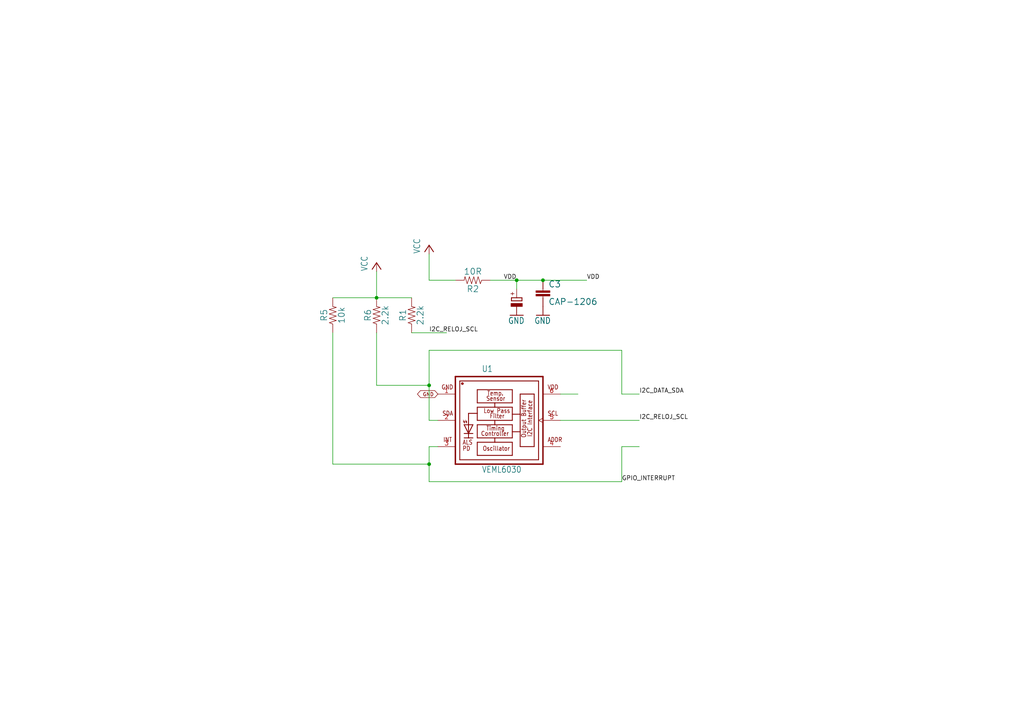
<source format=kicad_sch>
(kicad_sch
	(version 20231120)
	(generator "eeschema")
	(generator_version "8.0")
	(uuid "9b9b9f0b-8207-4541-804a-5b34bcd31626")
	(paper "A4")
	(lib_symbols
		(symbol "VEML6030-eagle-import:CAP-1206"
			(exclude_from_sim no)
			(in_bom yes)
			(on_board yes)
			(property "Reference" "C"
				(at 1.524 2.921 0)
				(effects
					(font
						(size 1.778 1.778)
					)
					(justify left bottom)
				)
			)
			(property "Value" ""
				(at 1.524 -2.159 0)
				(effects
					(font
						(size 1.778 1.778)
					)
					(justify left bottom)
				)
			)
			(property "Footprint" "VEML6030:1206"
				(at 0 0 0)
				(effects
					(font
						(size 1.27 1.27)
					)
					(hide yes)
				)
			)
			(property "Datasheet" ""
				(at 0 0 0)
				(effects
					(font
						(size 1.27 1.27)
					)
					(hide yes)
				)
			)
			(property "Description" ""
				(at 0 0 0)
				(effects
					(font
						(size 1.27 1.27)
					)
					(hide yes)
				)
			)
			(property "ki_locked" ""
				(at 0 0 0)
				(effects
					(font
						(size 1.27 1.27)
					)
				)
			)
			(symbol "CAP-1206_1_0"
				(rectangle
					(start -2.032 0.508)
					(end 2.032 1.016)
					(stroke
						(width 0)
						(type default)
					)
					(fill
						(type outline)
					)
				)
				(rectangle
					(start -2.032 1.524)
					(end 2.032 2.032)
					(stroke
						(width 0)
						(type default)
					)
					(fill
						(type outline)
					)
				)
				(polyline
					(pts
						(xy 0 0) (xy 0 0.508)
					)
					(stroke
						(width 0.1524)
						(type solid)
					)
					(fill
						(type none)
					)
				)
				(polyline
					(pts
						(xy 0 2.54) (xy 0 2.032)
					)
					(stroke
						(width 0.1524)
						(type solid)
					)
					(fill
						(type none)
					)
				)
				(pin passive line
					(at 0 5.08 270)
					(length 2.54)
					(name "1"
						(effects
							(font
								(size 0 0)
							)
						)
					)
					(number "1"
						(effects
							(font
								(size 0 0)
							)
						)
					)
				)
				(pin passive line
					(at 0 -2.54 90)
					(length 2.54)
					(name "2"
						(effects
							(font
								(size 0 0)
							)
						)
					)
					(number "2"
						(effects
							(font
								(size 0 0)
							)
						)
					)
				)
			)
		)
		(symbol "VEML6030-eagle-import:ELKO"
			(exclude_from_sim no)
			(in_bom yes)
			(on_board yes)
			(property "Reference" "#C"
				(at 0 0 0)
				(effects
					(font
						(size 1.27 1.27)
					)
					(hide yes)
				)
			)
			(property "Value" ""
				(at 0 0 0)
				(effects
					(font
						(size 1.27 1.27)
					)
					(hide yes)
				)
			)
			(property "Footprint" ""
				(at 0 0 0)
				(effects
					(font
						(size 1.27 1.27)
					)
					(hide yes)
				)
			)
			(property "Datasheet" ""
				(at 0 0 0)
				(effects
					(font
						(size 1.27 1.27)
					)
					(hide yes)
				)
			)
			(property "Description" "ELektrolyt Capacitor"
				(at 0 0 0)
				(effects
					(font
						(size 1.27 1.27)
					)
					(hide yes)
				)
			)
			(property "ki_locked" ""
				(at 0 0 0)
				(effects
					(font
						(size 1.27 1.27)
					)
				)
			)
			(symbol "ELKO_1_0"
				(rectangle
					(start -1.651 -2.54)
					(end 1.651 -1.651)
					(stroke
						(width 0)
						(type default)
					)
					(fill
						(type outline)
					)
				)
				(polyline
					(pts
						(xy -1.524 -0.889) (xy 1.524 -0.889)
					)
					(stroke
						(width 0.254)
						(type solid)
					)
					(fill
						(type none)
					)
				)
				(polyline
					(pts
						(xy -1.524 0) (xy -1.524 -0.889)
					)
					(stroke
						(width 0.254)
						(type solid)
					)
					(fill
						(type none)
					)
				)
				(polyline
					(pts
						(xy -1.524 0) (xy 0 0)
					)
					(stroke
						(width 0.254)
						(type solid)
					)
					(fill
						(type none)
					)
				)
				(polyline
					(pts
						(xy 0 -2.54) (xy 0 -5.08)
					)
					(stroke
						(width 0.1524)
						(type solid)
					)
					(fill
						(type none)
					)
				)
				(polyline
					(pts
						(xy 0 0) (xy 0 2.54)
					)
					(stroke
						(width 0.1524)
						(type solid)
					)
					(fill
						(type none)
					)
				)
				(polyline
					(pts
						(xy 0 0) (xy 1.524 0)
					)
					(stroke
						(width 0.254)
						(type solid)
					)
					(fill
						(type none)
					)
				)
				(polyline
					(pts
						(xy 1.524 -0.889) (xy 1.524 0)
					)
					(stroke
						(width 0.254)
						(type solid)
					)
					(fill
						(type none)
					)
				)
				(text "+"
					(at -0.5842 0.4064 900)
					(effects
						(font
							(size 1.27 1.0795)
						)
						(justify left bottom)
					)
				)
			)
		)
		(symbol "VEML6030-eagle-import:GND"
			(power)
			(exclude_from_sim no)
			(in_bom yes)
			(on_board yes)
			(property "Reference" "#GND"
				(at 0 0 0)
				(effects
					(font
						(size 1.27 1.27)
					)
					(hide yes)
				)
			)
			(property "Value" ""
				(at -2.54 -2.54 0)
				(effects
					(font
						(size 1.778 1.5113)
					)
					(justify left bottom)
				)
			)
			(property "Footprint" ""
				(at 0 0 0)
				(effects
					(font
						(size 1.27 1.27)
					)
					(hide yes)
				)
			)
			(property "Datasheet" ""
				(at 0 0 0)
				(effects
					(font
						(size 1.27 1.27)
					)
					(hide yes)
				)
			)
			(property "Description" "SUPPLY SYMBOL"
				(at 0 0 0)
				(effects
					(font
						(size 1.27 1.27)
					)
					(hide yes)
				)
			)
			(property "ki_locked" ""
				(at 0 0 0)
				(effects
					(font
						(size 1.27 1.27)
					)
				)
			)
			(symbol "GND_1_0"
				(polyline
					(pts
						(xy -1.905 0) (xy 1.905 0)
					)
					(stroke
						(width 0.254)
						(type solid)
					)
					(fill
						(type none)
					)
				)
				(pin power_in line
					(at 0 2.54 270)
					(length 2.54)
					(name "GND"
						(effects
							(font
								(size 0 0)
							)
						)
					)
					(number "1"
						(effects
							(font
								(size 0 0)
							)
						)
					)
				)
			)
		)
		(symbol "VEML6030-eagle-import:RESISTOR1206"
			(exclude_from_sim no)
			(in_bom yes)
			(on_board yes)
			(property "Reference" "R"
				(at 0 1.524 0)
				(effects
					(font
						(size 1.778 1.778)
					)
					(justify bottom)
				)
			)
			(property "Value" ""
				(at 0 -1.524 0)
				(effects
					(font
						(size 1.778 1.778)
					)
					(justify top)
				)
			)
			(property "Footprint" "VEML6030:1206"
				(at 0 0 0)
				(effects
					(font
						(size 1.27 1.27)
					)
					(hide yes)
				)
			)
			(property "Datasheet" ""
				(at 0 0 0)
				(effects
					(font
						(size 1.27 1.27)
					)
					(hide yes)
				)
			)
			(property "Description" "Generic Resistor Package"
				(at 0 0 0)
				(effects
					(font
						(size 1.27 1.27)
					)
					(hide yes)
				)
			)
			(property "ki_locked" ""
				(at 0 0 0)
				(effects
					(font
						(size 1.27 1.27)
					)
				)
			)
			(symbol "RESISTOR1206_1_0"
				(polyline
					(pts
						(xy -2.54 0) (xy -2.159 1.016)
					)
					(stroke
						(width 0.1524)
						(type solid)
					)
					(fill
						(type none)
					)
				)
				(polyline
					(pts
						(xy -2.159 1.016) (xy -1.524 -1.016)
					)
					(stroke
						(width 0.1524)
						(type solid)
					)
					(fill
						(type none)
					)
				)
				(polyline
					(pts
						(xy -1.524 -1.016) (xy -0.889 1.016)
					)
					(stroke
						(width 0.1524)
						(type solid)
					)
					(fill
						(type none)
					)
				)
				(polyline
					(pts
						(xy -0.889 1.016) (xy -0.254 -1.016)
					)
					(stroke
						(width 0.1524)
						(type solid)
					)
					(fill
						(type none)
					)
				)
				(polyline
					(pts
						(xy -0.254 -1.016) (xy 0.381 1.016)
					)
					(stroke
						(width 0.1524)
						(type solid)
					)
					(fill
						(type none)
					)
				)
				(polyline
					(pts
						(xy 0.381 1.016) (xy 1.016 -1.016)
					)
					(stroke
						(width 0.1524)
						(type solid)
					)
					(fill
						(type none)
					)
				)
				(polyline
					(pts
						(xy 1.016 -1.016) (xy 1.651 1.016)
					)
					(stroke
						(width 0.1524)
						(type solid)
					)
					(fill
						(type none)
					)
				)
				(polyline
					(pts
						(xy 1.651 1.016) (xy 2.286 -1.016)
					)
					(stroke
						(width 0.1524)
						(type solid)
					)
					(fill
						(type none)
					)
				)
				(polyline
					(pts
						(xy 2.286 -1.016) (xy 2.54 0)
					)
					(stroke
						(width 0.1524)
						(type solid)
					)
					(fill
						(type none)
					)
				)
				(pin passive line
					(at -5.08 0 0)
					(length 2.54)
					(name "1"
						(effects
							(font
								(size 0 0)
							)
						)
					)
					(number "1"
						(effects
							(font
								(size 0 0)
							)
						)
					)
				)
				(pin passive line
					(at 5.08 0 180)
					(length 2.54)
					(name "2"
						(effects
							(font
								(size 0 0)
							)
						)
					)
					(number "2"
						(effects
							(font
								(size 0 0)
							)
						)
					)
				)
			)
		)
		(symbol "VEML6030-eagle-import:VCC"
			(power)
			(exclude_from_sim no)
			(in_bom yes)
			(on_board yes)
			(property "Reference" "#P+"
				(at 0 0 0)
				(effects
					(font
						(size 1.27 1.27)
					)
					(hide yes)
				)
			)
			(property "Value" ""
				(at -2.54 -2.54 90)
				(effects
					(font
						(size 1.778 1.5113)
					)
					(justify left bottom)
				)
			)
			(property "Footprint" ""
				(at 0 0 0)
				(effects
					(font
						(size 1.27 1.27)
					)
					(hide yes)
				)
			)
			(property "Datasheet" ""
				(at 0 0 0)
				(effects
					(font
						(size 1.27 1.27)
					)
					(hide yes)
				)
			)
			(property "Description" "SUPPLY SYMBOL"
				(at 0 0 0)
				(effects
					(font
						(size 1.27 1.27)
					)
					(hide yes)
				)
			)
			(property "ki_locked" ""
				(at 0 0 0)
				(effects
					(font
						(size 1.27 1.27)
					)
				)
			)
			(symbol "VCC_1_0"
				(polyline
					(pts
						(xy 0 0) (xy -1.27 -1.905)
					)
					(stroke
						(width 0.254)
						(type solid)
					)
					(fill
						(type none)
					)
				)
				(polyline
					(pts
						(xy 1.27 -1.905) (xy 0 0)
					)
					(stroke
						(width 0.254)
						(type solid)
					)
					(fill
						(type none)
					)
				)
				(pin power_in line
					(at 0 -2.54 90)
					(length 2.54)
					(name "VCC"
						(effects
							(font
								(size 0 0)
							)
						)
					)
					(number "1"
						(effects
							(font
								(size 0 0)
							)
						)
					)
				)
			)
		)
		(symbol "VEML6030-eagle-import:VEML6030"
			(exclude_from_sim no)
			(in_bom yes)
			(on_board yes)
			(property "Reference" "U"
				(at -5.0829 13.9782 0)
				(effects
					(font
						(size 1.779 1.5121)
					)
					(justify left bottom)
				)
			)
			(property "Value" ""
				(at -5.0801 -15.2404 0)
				(effects
					(font
						(size 1.778 1.5113)
					)
					(justify left bottom)
				)
			)
			(property "Footprint" "VEML6030:VISHAY_VEML6030_2X2X0.87"
				(at 0 0 0)
				(effects
					(font
						(size 1.27 1.27)
					)
					(hide yes)
				)
			)
			(property "Datasheet" ""
				(at 0 0 0)
				(effects
					(font
						(size 1.27 1.27)
					)
					(hide yes)
				)
			)
			(property "Description" "VEML6030\n\nHigh Accuracy Ambient Light Sensor with I2C Interface:\nVEML6030 is a high accuracy ambient light digital 16-bit resolution sensor in a miniature transparent 2 mm x 2 mm package. It includes a high sensitive photodiode, a low noise amplifier, a 16-bit A/D converter and supports an easy to use I2C bus communication interface and additional interrupt feature. The ambient light result is as digital value available.\nDevice Model created 15.06.2016 by Johannes Kolb - Vishay Semiconductor GmbH https://pricing.snapeda.com/parts/VEML6030/Vishay/view-part?ref=eda Check availability"
				(at 0 0 0)
				(effects
					(font
						(size 1.27 1.27)
					)
					(hide yes)
				)
			)
			(property "ki_locked" ""
				(at 0 0 0)
				(effects
					(font
						(size 1.27 1.27)
					)
				)
			)
			(symbol "VEML6030_1_0"
				(circle
					(center -10.668 10.668)
					(radius 0.127)
					(stroke
						(width 0.254)
						(type solid)
					)
					(fill
						(type none)
					)
				)
				(circle
					(center -10.668 10.668)
					(radius 0.254)
					(stroke
						(width 0.254)
						(type solid)
					)
					(fill
						(type none)
					)
				)
				(polyline
					(pts
						(xy -12.7 -12.7) (xy -12.7 12.7)
					)
					(stroke
						(width 0.4064)
						(type solid)
					)
					(fill
						(type none)
					)
				)
				(polyline
					(pts
						(xy -12.7 12.7) (xy 12.7 12.7)
					)
					(stroke
						(width 0.4064)
						(type solid)
					)
					(fill
						(type none)
					)
				)
				(polyline
					(pts
						(xy -11.43 -11.43) (xy 11.43 -11.43)
					)
					(stroke
						(width 0.254)
						(type solid)
					)
					(fill
						(type none)
					)
				)
				(polyline
					(pts
						(xy -11.43 11.43) (xy -11.43 -11.43)
					)
					(stroke
						(width 0.254)
						(type solid)
					)
					(fill
						(type none)
					)
				)
				(polyline
					(pts
						(xy -10.414 -0.381) (xy -10.033 -0.762)
					)
					(stroke
						(width 0.127)
						(type solid)
					)
					(fill
						(type none)
					)
				)
				(polyline
					(pts
						(xy -10.16 -5.08) (xy -8.89 -5.08)
					)
					(stroke
						(width 0.254)
						(type solid)
					)
					(fill
						(type none)
					)
				)
				(polyline
					(pts
						(xy -10.16 -1.27) (xy -8.89 -1.27)
					)
					(stroke
						(width 0.254)
						(type solid)
					)
					(fill
						(type none)
					)
				)
				(polyline
					(pts
						(xy -10.033 -0.762) (xy -10.3886 0.1016)
					)
					(stroke
						(width 0.127)
						(type solid)
					)
					(fill
						(type none)
					)
				)
				(polyline
					(pts
						(xy -10.033 -0.762) (xy -10.033 -0.2032)
					)
					(stroke
						(width 0.127)
						(type solid)
					)
					(fill
						(type none)
					)
				)
				(polyline
					(pts
						(xy -10.033 -0.2032) (xy -10.414 -0.381)
					)
					(stroke
						(width 0.127)
						(type solid)
					)
					(fill
						(type none)
					)
				)
				(polyline
					(pts
						(xy -9.779 -0.381) (xy -9.398 -0.762)
					)
					(stroke
						(width 0.127)
						(type solid)
					)
					(fill
						(type none)
					)
				)
				(polyline
					(pts
						(xy -9.398 -0.762) (xy -9.7536 0.1016)
					)
					(stroke
						(width 0.127)
						(type solid)
					)
					(fill
						(type none)
					)
				)
				(polyline
					(pts
						(xy -9.398 -0.762) (xy -9.398 -0.2032)
					)
					(stroke
						(width 0.127)
						(type solid)
					)
					(fill
						(type none)
					)
				)
				(polyline
					(pts
						(xy -9.398 -0.2032) (xy -9.779 -0.381)
					)
					(stroke
						(width 0.127)
						(type solid)
					)
					(fill
						(type none)
					)
				)
				(polyline
					(pts
						(xy -8.89 -5.08) (xy -8.89 -3.81)
					)
					(stroke
						(width 0.254)
						(type solid)
					)
					(fill
						(type none)
					)
				)
				(polyline
					(pts
						(xy -8.89 -3.81) (xy -10.16 -1.27)
					)
					(stroke
						(width 0.254)
						(type solid)
					)
					(fill
						(type none)
					)
				)
				(polyline
					(pts
						(xy -8.89 -1.27) (xy -8.89 -3.556)
					)
					(stroke
						(width 0.254)
						(type solid)
					)
					(fill
						(type none)
					)
				)
				(polyline
					(pts
						(xy -8.89 -1.27) (xy -7.62 -1.27)
					)
					(stroke
						(width 0.254)
						(type solid)
					)
					(fill
						(type none)
					)
				)
				(polyline
					(pts
						(xy -8.89 2.032) (xy -8.89 -1.27)
					)
					(stroke
						(width 0.254)
						(type solid)
					)
					(fill
						(type none)
					)
				)
				(polyline
					(pts
						(xy -7.62 -5.08) (xy -8.89 -5.08)
					)
					(stroke
						(width 0.254)
						(type solid)
					)
					(fill
						(type none)
					)
				)
				(polyline
					(pts
						(xy -7.62 -3.81) (xy -10.16 -3.81)
					)
					(stroke
						(width 0.254)
						(type solid)
					)
					(fill
						(type none)
					)
				)
				(polyline
					(pts
						(xy -7.62 -1.27) (xy -8.89 -3.81)
					)
					(stroke
						(width 0.254)
						(type solid)
					)
					(fill
						(type none)
					)
				)
				(polyline
					(pts
						(xy -6.35 -10.16) (xy -6.35 -6.35)
					)
					(stroke
						(width 0.254)
						(type solid)
					)
					(fill
						(type none)
					)
				)
				(polyline
					(pts
						(xy -6.35 -6.35) (xy -1.27 -6.35)
					)
					(stroke
						(width 0.254)
						(type solid)
					)
					(fill
						(type none)
					)
				)
				(polyline
					(pts
						(xy -6.35 -5.08) (xy -6.35 -1.27)
					)
					(stroke
						(width 0.254)
						(type solid)
					)
					(fill
						(type none)
					)
				)
				(polyline
					(pts
						(xy -6.35 -1.27) (xy -1.27 -1.27)
					)
					(stroke
						(width 0.254)
						(type solid)
					)
					(fill
						(type none)
					)
				)
				(polyline
					(pts
						(xy -6.35 0) (xy -6.35 2.032)
					)
					(stroke
						(width 0.254)
						(type solid)
					)
					(fill
						(type none)
					)
				)
				(polyline
					(pts
						(xy -6.35 2.032) (xy -8.89 2.032)
					)
					(stroke
						(width 0.254)
						(type solid)
					)
					(fill
						(type none)
					)
				)
				(polyline
					(pts
						(xy -6.35 2.032) (xy -6.35 3.81)
					)
					(stroke
						(width 0.254)
						(type solid)
					)
					(fill
						(type none)
					)
				)
				(polyline
					(pts
						(xy -6.35 3.81) (xy -1.27 3.81)
					)
					(stroke
						(width 0.254)
						(type solid)
					)
					(fill
						(type none)
					)
				)
				(polyline
					(pts
						(xy -6.35 5.08) (xy -6.35 8.89)
					)
					(stroke
						(width 0.254)
						(type solid)
					)
					(fill
						(type none)
					)
				)
				(polyline
					(pts
						(xy -6.35 8.89) (xy 3.81 8.89)
					)
					(stroke
						(width 0.254)
						(type solid)
					)
					(fill
						(type none)
					)
				)
				(polyline
					(pts
						(xy -1.27 -6.35) (xy -1.27 -5.08)
					)
					(stroke
						(width 0.254)
						(type solid)
					)
					(fill
						(type none)
					)
				)
				(polyline
					(pts
						(xy -1.27 -6.35) (xy 3.81 -6.35)
					)
					(stroke
						(width 0.254)
						(type solid)
					)
					(fill
						(type none)
					)
				)
				(polyline
					(pts
						(xy -1.27 -5.08) (xy -6.35 -5.08)
					)
					(stroke
						(width 0.254)
						(type solid)
					)
					(fill
						(type none)
					)
				)
				(polyline
					(pts
						(xy -1.27 -1.27) (xy -1.27 0)
					)
					(stroke
						(width 0.254)
						(type solid)
					)
					(fill
						(type none)
					)
				)
				(polyline
					(pts
						(xy -1.27 -1.27) (xy 3.81 -1.27)
					)
					(stroke
						(width 0.254)
						(type solid)
					)
					(fill
						(type none)
					)
				)
				(polyline
					(pts
						(xy -1.27 0) (xy -6.35 0)
					)
					(stroke
						(width 0.254)
						(type solid)
					)
					(fill
						(type none)
					)
				)
				(polyline
					(pts
						(xy -1.27 3.81) (xy -1.27 5.08)
					)
					(stroke
						(width 0.254)
						(type solid)
					)
					(fill
						(type none)
					)
				)
				(polyline
					(pts
						(xy -1.27 3.81) (xy 3.81 3.81)
					)
					(stroke
						(width 0.254)
						(type solid)
					)
					(fill
						(type none)
					)
				)
				(polyline
					(pts
						(xy -1.27 5.08) (xy -6.35 5.08)
					)
					(stroke
						(width 0.254)
						(type solid)
					)
					(fill
						(type none)
					)
				)
				(polyline
					(pts
						(xy 3.81 -10.16) (xy -6.35 -10.16)
					)
					(stroke
						(width 0.254)
						(type solid)
					)
					(fill
						(type none)
					)
				)
				(polyline
					(pts
						(xy 3.81 -6.35) (xy 3.81 -10.16)
					)
					(stroke
						(width 0.254)
						(type solid)
					)
					(fill
						(type none)
					)
				)
				(polyline
					(pts
						(xy 3.81 -5.08) (xy -1.27 -5.08)
					)
					(stroke
						(width 0.254)
						(type solid)
					)
					(fill
						(type none)
					)
				)
				(polyline
					(pts
						(xy 3.81 -3.302) (xy 3.81 -5.08)
					)
					(stroke
						(width 0.254)
						(type solid)
					)
					(fill
						(type none)
					)
				)
				(polyline
					(pts
						(xy 3.81 -3.302) (xy 6.096 -3.302)
					)
					(stroke
						(width 0.254)
						(type solid)
					)
					(fill
						(type none)
					)
				)
				(polyline
					(pts
						(xy 3.81 -1.27) (xy 3.81 -3.302)
					)
					(stroke
						(width 0.254)
						(type solid)
					)
					(fill
						(type none)
					)
				)
				(polyline
					(pts
						(xy 3.81 0) (xy -1.27 0)
					)
					(stroke
						(width 0.254)
						(type solid)
					)
					(fill
						(type none)
					)
				)
				(polyline
					(pts
						(xy 3.81 1.778) (xy 3.81 0)
					)
					(stroke
						(width 0.254)
						(type solid)
					)
					(fill
						(type none)
					)
				)
				(polyline
					(pts
						(xy 3.81 1.778) (xy 6.096 1.778)
					)
					(stroke
						(width 0.254)
						(type solid)
					)
					(fill
						(type none)
					)
				)
				(polyline
					(pts
						(xy 3.81 3.81) (xy 3.81 1.778)
					)
					(stroke
						(width 0.254)
						(type solid)
					)
					(fill
						(type none)
					)
				)
				(polyline
					(pts
						(xy 3.81 5.08) (xy -1.27 5.08)
					)
					(stroke
						(width 0.254)
						(type solid)
					)
					(fill
						(type none)
					)
				)
				(polyline
					(pts
						(xy 3.81 8.89) (xy 3.81 5.08)
					)
					(stroke
						(width 0.254)
						(type solid)
					)
					(fill
						(type none)
					)
				)
				(polyline
					(pts
						(xy 6.096 -7.62) (xy 6.096 -3.302)
					)
					(stroke
						(width 0.254)
						(type solid)
					)
					(fill
						(type none)
					)
				)
				(polyline
					(pts
						(xy 6.096 -3.302) (xy 6.096 1.778)
					)
					(stroke
						(width 0.254)
						(type solid)
					)
					(fill
						(type none)
					)
				)
				(polyline
					(pts
						(xy 6.096 1.778) (xy 6.096 7.62)
					)
					(stroke
						(width 0.254)
						(type solid)
					)
					(fill
						(type none)
					)
				)
				(polyline
					(pts
						(xy 6.096 7.62) (xy 10.16 7.62)
					)
					(stroke
						(width 0.254)
						(type solid)
					)
					(fill
						(type none)
					)
				)
				(polyline
					(pts
						(xy 10.16 -7.62) (xy 6.096 -7.62)
					)
					(stroke
						(width 0.254)
						(type solid)
					)
					(fill
						(type none)
					)
				)
				(polyline
					(pts
						(xy 10.16 7.62) (xy 10.16 -7.62)
					)
					(stroke
						(width 0.254)
						(type solid)
					)
					(fill
						(type none)
					)
				)
				(polyline
					(pts
						(xy 11.43 -11.43) (xy 11.43 11.43)
					)
					(stroke
						(width 0.254)
						(type solid)
					)
					(fill
						(type none)
					)
				)
				(polyline
					(pts
						(xy 11.43 11.43) (xy -11.43 11.43)
					)
					(stroke
						(width 0.254)
						(type solid)
					)
					(fill
						(type none)
					)
				)
				(polyline
					(pts
						(xy 12.7 -12.7) (xy -12.7 -12.7)
					)
					(stroke
						(width 0.4064)
						(type solid)
					)
					(fill
						(type none)
					)
				)
				(polyline
					(pts
						(xy 12.7 -12.7) (xy 12.7 12.7)
					)
					(stroke
						(width 0.4064)
						(type solid)
					)
					(fill
						(type none)
					)
				)
				(text "ADDR"
					(at 13.9913 -6.3596 0)
					(effects
						(font
							(size 1.2719 1.0811)
						)
						(justify left bottom)
					)
				)
				(text "ALS"
					(at -10.677 -7.118 0)
					(effects
						(font
							(size 1.271 1.0803)
						)
						(justify left bottom)
					)
				)
				(text "Controller"
					(at -5.3363 -4.5739 0)
					(effects
						(font
							(size 1.2705 1.0799)
						)
						(justify left bottom)
					)
				)
				(text "Filter"
					(at -2.799 0.5089 0)
					(effects
						(font
							(size 1.2722 1.0813)
						)
						(justify left bottom)
					)
				)
				(text "GND"
					(at -16.7854 8.9013 0)
					(effects
						(font
							(size 1.2716 1.0808)
						)
						(justify left bottom)
					)
				)
				(text "I2C Interface"
					(at 9.6536 -4.8268 900)
					(effects
						(font
							(size 1.2702 1.0796)
						)
						(justify left bottom)
					)
				)
				(text "INT"
					(at -16.2702 -6.3555 0)
					(effects
						(font
							(size 1.2711 1.0804)
						)
						(justify left bottom)
					)
				)
				(text "Low Pass"
					(at -4.5788 2.035 0)
					(effects
						(font
							(size 1.2719 1.0811)
						)
						(justify left bottom)
					)
				)
				(text "Oscillator"
					(at -4.8296 -8.8967 0)
					(effects
						(font
							(size 1.2709 1.0802)
						)
						(justify left bottom)
					)
				)
				(text "Output Buffer"
					(at 7.8805 -5.0841 900)
					(effects
						(font
							(size 1.271 1.0803)
						)
						(justify left bottom)
					)
				)
				(text "PD"
					(at -10.6768 -8.8973 0)
					(effects
						(font
							(size 1.271 1.0803)
						)
						(justify left bottom)
					)
				)
				(text "SCL"
					(at 13.9966 1.2724 0)
					(effects
						(font
							(size 1.2724 1.0815)
						)
						(justify left bottom)
					)
				)
				(text "SDA"
					(at -16.5377 1.2721 0)
					(effects
						(font
							(size 1.2721 1.0812)
						)
						(justify left bottom)
					)
				)
				(text "Sensor"
					(at -3.8117 5.5905 0)
					(effects
						(font
							(size 1.2705 1.0799)
						)
						(justify left bottom)
					)
				)
				(text "Temp."
					(at -3.5613 7.1227 0)
					(effects
						(font
							(size 1.2719 1.0811)
						)
						(justify left bottom)
					)
				)
				(text "Timing"
					(at -3.8111 -3.0489 0)
					(effects
						(font
							(size 1.2704 1.0798)
						)
						(justify left bottom)
					)
				)
				(text "VDD"
					(at 13.9709 8.8905 0)
					(effects
						(font
							(size 1.27 1.0795)
						)
						(justify left bottom)
					)
				)
				(pin power_in line
					(at -17.78 7.62 0)
					(length 5.08)
					(name "GND"
						(effects
							(font
								(size 0 0)
							)
						)
					)
					(number "1"
						(effects
							(font
								(size 1.27 1.27)
							)
						)
					)
				)
				(pin bidirectional line
					(at -17.78 0 0)
					(length 5.08)
					(name "SDA"
						(effects
							(font
								(size 0 0)
							)
						)
					)
					(number "2"
						(effects
							(font
								(size 1.27 1.27)
							)
						)
					)
				)
				(pin output line
					(at -17.78 -7.62 0)
					(length 5.08)
					(name "INT"
						(effects
							(font
								(size 0 0)
							)
						)
					)
					(number "3"
						(effects
							(font
								(size 1.27 1.27)
							)
						)
					)
				)
				(pin bidirectional line
					(at 17.78 -7.62 180)
					(length 5.08)
					(name "ADDR"
						(effects
							(font
								(size 0 0)
							)
						)
					)
					(number "4"
						(effects
							(font
								(size 1.27 1.27)
							)
						)
					)
				)
				(pin input clock
					(at 17.78 0 180)
					(length 5.08)
					(name "SCL"
						(effects
							(font
								(size 0 0)
							)
						)
					)
					(number "5"
						(effects
							(font
								(size 1.27 1.27)
							)
						)
					)
				)
				(pin power_in line
					(at 17.78 7.62 180)
					(length 5.08)
					(name "VDD"
						(effects
							(font
								(size 0 0)
							)
						)
					)
					(number "6"
						(effects
							(font
								(size 1.27 1.27)
							)
						)
					)
				)
			)
		)
	)
	(junction
		(at 124.46 134.62)
		(diameter 0)
		(color 0 0 0 0)
		(uuid "46fc0638-e86e-4a68-8607-3d589deca34a")
	)
	(junction
		(at 124.46 111.76)
		(diameter 0)
		(color 0 0 0 0)
		(uuid "4debdda8-726b-4b60-bd13-b81cb8d5766a")
	)
	(junction
		(at 109.22 86.36)
		(diameter 0)
		(color 0 0 0 0)
		(uuid "86d44297-7122-48ac-96fe-188ed44d3894")
	)
	(junction
		(at 157.48 81.28)
		(diameter 0)
		(color 0 0 0 0)
		(uuid "9a3b144d-7dac-4217-a8c2-721b0f4abe4a")
	)
	(junction
		(at 149.86 81.28)
		(diameter 0)
		(color 0 0 0 0)
		(uuid "e6acc466-7e84-41b6-995c-329875021d86")
	)
	(wire
		(pts
			(xy 109.22 111.76) (xy 124.46 111.76)
		)
		(stroke
			(width 0.1524)
			(type solid)
		)
		(uuid "03104fe7-489d-44dd-8fc0-40bdccd4e046")
	)
	(wire
		(pts
			(xy 119.38 86.36) (xy 109.22 86.36)
		)
		(stroke
			(width 0.1524)
			(type solid)
		)
		(uuid "07a9fc09-ef1c-431a-8e52-5dd8195b286c")
	)
	(wire
		(pts
			(xy 119.38 96.52) (xy 129.54 96.52)
		)
		(stroke
			(width 0.1524)
			(type solid)
		)
		(uuid "0de9b69d-7425-44e8-bdfe-9c3deba5b7cd")
	)
	(wire
		(pts
			(xy 127 129.54) (xy 124.46 129.54)
		)
		(stroke
			(width 0.1524)
			(type solid)
		)
		(uuid "130b3248-5ec8-4d50-8e30-f9df632616e5")
	)
	(wire
		(pts
			(xy 96.52 86.36) (xy 109.22 86.36)
		)
		(stroke
			(width 0.1524)
			(type solid)
		)
		(uuid "232044bd-93ed-4334-aa37-00ce621ba118")
	)
	(wire
		(pts
			(xy 96.52 96.52) (xy 96.52 134.62)
		)
		(stroke
			(width 0.1524)
			(type solid)
		)
		(uuid "2c415126-023c-4732-b803-15c613c700b8")
	)
	(wire
		(pts
			(xy 124.46 134.62) (xy 124.46 139.7)
		)
		(stroke
			(width 0.1524)
			(type solid)
		)
		(uuid "2cb08fd1-506e-4951-92d5-deb518ba3b3a")
	)
	(wire
		(pts
			(xy 149.86 81.28) (xy 157.48 81.28)
		)
		(stroke
			(width 0.1524)
			(type solid)
		)
		(uuid "2dbbe406-9d78-4d7a-aabf-b494ff8b2a0a")
	)
	(wire
		(pts
			(xy 180.34 101.6) (xy 180.34 114.3)
		)
		(stroke
			(width 0.1524)
			(type solid)
		)
		(uuid "32887d00-9c4d-47c5-8556-9a76a367975c")
	)
	(wire
		(pts
			(xy 180.34 139.7) (xy 180.34 129.54)
		)
		(stroke
			(width 0.1524)
			(type solid)
		)
		(uuid "3406f30e-1ad9-404c-9002-4ee0d3e60a18")
	)
	(wire
		(pts
			(xy 124.46 111.76) (xy 124.46 101.6)
		)
		(stroke
			(width 0.1524)
			(type solid)
		)
		(uuid "3605cc20-3f9b-47e2-88b2-bb3e1e9fb811")
	)
	(wire
		(pts
			(xy 124.46 81.28) (xy 124.46 73.66)
		)
		(stroke
			(width 0.1524)
			(type solid)
		)
		(uuid "3de77e70-96ce-427e-917c-d64613426055")
	)
	(wire
		(pts
			(xy 124.46 121.92) (xy 124.46 111.76)
		)
		(stroke
			(width 0.1524)
			(type solid)
		)
		(uuid "3e6b2468-81cb-4671-9565-56544ac7c6d9")
	)
	(wire
		(pts
			(xy 127 121.92) (xy 124.46 121.92)
		)
		(stroke
			(width 0.1524)
			(type solid)
		)
		(uuid "4328fd5b-a5a3-4093-b25b-ad58b0516779")
	)
	(wire
		(pts
			(xy 124.46 101.6) (xy 180.34 101.6)
		)
		(stroke
			(width 0.1524)
			(type solid)
		)
		(uuid "45e665fa-9676-4649-9395-5e9058631cdc")
	)
	(wire
		(pts
			(xy 162.56 114.3) (xy 167.64 114.3)
		)
		(stroke
			(width 0.1524)
			(type solid)
		)
		(uuid "49c75e72-22a5-4b4f-8241-347fdb07e5fd")
	)
	(wire
		(pts
			(xy 109.22 96.52) (xy 109.22 111.76)
		)
		(stroke
			(width 0.1524)
			(type solid)
		)
		(uuid "4b6a8705-f8c7-4b25-be88-ba3441adc515")
	)
	(wire
		(pts
			(xy 132.08 81.28) (xy 124.46 81.28)
		)
		(stroke
			(width 0.1524)
			(type solid)
		)
		(uuid "64bc02f2-1899-4a10-8fa9-190fb46c0296")
	)
	(wire
		(pts
			(xy 124.46 139.7) (xy 180.34 139.7)
		)
		(stroke
			(width 0.1524)
			(type solid)
		)
		(uuid "6580bd9d-461b-479e-9a72-69bf95128283")
	)
	(wire
		(pts
			(xy 96.52 134.62) (xy 124.46 134.62)
		)
		(stroke
			(width 0.1524)
			(type solid)
		)
		(uuid "9739c094-facd-4fed-acbb-be2dfdef82e1")
	)
	(wire
		(pts
			(xy 157.48 81.28) (xy 170.18 81.28)
		)
		(stroke
			(width 0.1524)
			(type solid)
		)
		(uuid "99026833-5579-4736-baf6-f9cd4a6f1e2f")
	)
	(wire
		(pts
			(xy 124.46 129.54) (xy 124.46 134.62)
		)
		(stroke
			(width 0.1524)
			(type solid)
		)
		(uuid "a4aebbe4-7682-4e95-a03d-16d79eb513eb")
	)
	(wire
		(pts
			(xy 180.34 129.54) (xy 185.42 129.54)
		)
		(stroke
			(width 0.1524)
			(type solid)
		)
		(uuid "ac40826e-fd95-4879-bb6a-f00f74354b98")
	)
	(wire
		(pts
			(xy 162.56 121.92) (xy 185.42 121.92)
		)
		(stroke
			(width 0.1524)
			(type solid)
		)
		(uuid "befa274f-51c9-42b3-a286-7d6411265e60")
	)
	(wire
		(pts
			(xy 180.34 114.3) (xy 185.42 114.3)
		)
		(stroke
			(width 0.1524)
			(type solid)
		)
		(uuid "ebdb0c26-6669-41e1-a9bb-d63b4b459b78")
	)
	(wire
		(pts
			(xy 149.86 81.28) (xy 142.24 81.28)
		)
		(stroke
			(width 0.1524)
			(type solid)
		)
		(uuid "f11788f1-ead3-4b86-ad03-990c165536e1")
	)
	(wire
		(pts
			(xy 149.86 83.82) (xy 149.86 81.28)
		)
		(stroke
			(width 0.1524)
			(type solid)
		)
		(uuid "f146731b-8350-4829-82e1-9bdeb344975a")
	)
	(wire
		(pts
			(xy 109.22 86.36) (xy 109.22 78.74)
		)
		(stroke
			(width 0.1524)
			(type solid)
		)
		(uuid "f32a9e07-8e14-4c13-9c41-5a778d03969c")
	)
	(label "I2C_DATA_SDA"
		(at 185.42 114.3 0)
		(effects
			(font
				(size 1.2446 1.2446)
			)
			(justify left bottom)
		)
		(uuid "967a463b-91ae-4a10-960b-f6ab20d50b29")
	)
	(label "GPIO_INTERRUPT"
		(at 180.34 139.7 0)
		(effects
			(font
				(size 1.2446 1.2446)
			)
			(justify left bottom)
		)
		(uuid "aa0df540-7971-4af0-819c-85a312cc7b9c")
	)
	(label "I2C_RELOJ_SCL"
		(at 185.42 121.92 0)
		(effects
			(font
				(size 1.2446 1.2446)
			)
			(justify left bottom)
		)
		(uuid "c2495357-fdf8-4a38-9af8-4bb92fb8927e")
	)
	(label "VDD"
		(at 170.18 81.28 0)
		(effects
			(font
				(size 1.2446 1.2446)
			)
			(justify left bottom)
		)
		(uuid "cb4a4a56-033c-4648-afb9-a6af6622bb6f")
	)
	(label "VDD"
		(at 146.05 81.28 0)
		(effects
			(font
				(size 1.2446 1.2446)
			)
			(justify left bottom)
		)
		(uuid "cd886843-b97f-441b-adb7-1f706bb99fb5")
	)
	(label "I2C_RELOJ_SCL"
		(at 124.46 96.52 0)
		(effects
			(font
				(size 1.2446 1.2446)
			)
			(justify left bottom)
		)
		(uuid "e9ee64fc-78b8-4d59-baf5-824e5008030d")
	)
	(global_label "GND"
		(shape bidirectional)
		(at 127 114.3 180)
		(fields_autoplaced yes)
		(effects
			(font
				(size 1.016 1.016)
			)
			(justify right)
		)
		(uuid "272c986c-2d0b-4d4f-a214-19800d79bcf4")
		(property "Intersheetrefs" "${INTERSHEET_REFS}"
			(at 120.6267 114.3 0)
			(effects
				(font
					(size 1.27 1.27)
				)
				(justify right)
				(hide yes)
			)
		)
	)
	(symbol
		(lib_id "VEML6030-eagle-import:RESISTOR1206")
		(at 119.38 91.44 90)
		(unit 1)
		(exclude_from_sim no)
		(in_bom yes)
		(on_board yes)
		(dnp no)
		(uuid "46bdf39b-21ae-490c-ac82-b54651fabb99")
		(property "Reference" "R1"
			(at 117.856 91.44 0)
			(effects
				(font
					(size 1.778 1.778)
				)
				(justify bottom)
			)
		)
		(property "Value" "2.2k"
			(at 120.904 91.44 0)
			(effects
				(font
					(size 1.778 1.778)
				)
				(justify top)
			)
		)
		(property "Footprint" "VEML6030:1206"
			(at 119.38 91.44 0)
			(effects
				(font
					(size 1.27 1.27)
				)
				(hide yes)
			)
		)
		(property "Datasheet" ""
			(at 119.38 91.44 0)
			(effects
				(font
					(size 1.27 1.27)
				)
				(hide yes)
			)
		)
		(property "Description" ""
			(at 119.38 91.44 0)
			(effects
				(font
					(size 1.27 1.27)
				)
				(hide yes)
			)
		)
		(pin "2"
			(uuid "678797e2-aaa6-4593-be98-a9c215755366")
		)
		(pin "1"
			(uuid "4e301667-9a84-4a2a-af86-26f3c9b1e878")
		)
		(instances
			(project ""
				(path "/9b9b9f0b-8207-4541-804a-5b34bcd31626"
					(reference "R1")
					(unit 1)
				)
			)
		)
	)
	(symbol
		(lib_id "VEML6030-eagle-import:ELKO")
		(at 149.86 86.36 0)
		(unit 1)
		(exclude_from_sim no)
		(in_bom yes)
		(on_board yes)
		(dnp no)
		(uuid "744d0296-909d-4ac9-b165-70e71aec589d")
		(property "Reference" "#C1"
			(at 149.86 86.36 0)
			(effects
				(font
					(size 1.27 1.27)
				)
				(hide yes)
			)
		)
		(property "Value" "ELKO"
			(at 149.86 86.36 0)
			(effects
				(font
					(size 1.27 1.27)
				)
				(hide yes)
			)
		)
		(property "Footprint" ""
			(at 149.86 86.36 0)
			(effects
				(font
					(size 1.27 1.27)
				)
				(hide yes)
			)
		)
		(property "Datasheet" ""
			(at 149.86 86.36 0)
			(effects
				(font
					(size 1.27 1.27)
				)
				(hide yes)
			)
		)
		(property "Description" ""
			(at 149.86 86.36 0)
			(effects
				(font
					(size 1.27 1.27)
				)
				(hide yes)
			)
		)
		(instances
			(project ""
				(path "/9b9b9f0b-8207-4541-804a-5b34bcd31626"
					(reference "#C1")
					(unit 1)
				)
			)
		)
	)
	(symbol
		(lib_id "VEML6030-eagle-import:VEML6030")
		(at 144.78 121.92 0)
		(unit 1)
		(exclude_from_sim no)
		(in_bom yes)
		(on_board yes)
		(dnp no)
		(uuid "754aa4ae-6675-4cc4-b360-c55a524cf1f4")
		(property "Reference" "U1"
			(at 139.697 107.9418 0)
			(effects
				(font
					(size 1.779 1.5121)
				)
				(justify left bottom)
			)
		)
		(property "Value" "VEML6030"
			(at 139.6998 137.1604 0)
			(effects
				(font
					(size 1.778 1.5113)
				)
				(justify left bottom)
			)
		)
		(property "Footprint" "VEML6030:VISHAY_VEML6030_2X2X0.87"
			(at 144.78 121.92 0)
			(effects
				(font
					(size 1.27 1.27)
				)
				(hide yes)
			)
		)
		(property "Datasheet" ""
			(at 144.78 121.92 0)
			(effects
				(font
					(size 1.27 1.27)
				)
				(hide yes)
			)
		)
		(property "Description" ""
			(at 144.78 121.92 0)
			(effects
				(font
					(size 1.27 1.27)
				)
				(hide yes)
			)
		)
		(pin "5"
			(uuid "e16e29a0-a5cc-48a6-a369-d4d66d87a3f2")
		)
		(pin "6"
			(uuid "21647738-237f-4c31-a03c-ae81dc0bc318")
		)
		(pin "4"
			(uuid "6f63c03c-441c-48f4-b548-43bc01c25465")
		)
		(pin "3"
			(uuid "9b30df74-9e69-4d60-b537-b5d3caf25102")
		)
		(pin "2"
			(uuid "8e5da301-0d10-4bf1-aeec-2d9f3bf81599")
		)
		(pin "1"
			(uuid "c86f452d-e1f9-4aff-92ce-ee6cb0c880a9")
		)
		(instances
			(project ""
				(path "/9b9b9f0b-8207-4541-804a-5b34bcd31626"
					(reference "U1")
					(unit 1)
				)
			)
		)
	)
	(symbol
		(lib_id "VEML6030-eagle-import:GND")
		(at 149.86 91.44 0)
		(unit 1)
		(exclude_from_sim no)
		(in_bom yes)
		(on_board yes)
		(dnp no)
		(uuid "7cee6d87-1c17-4f77-9264-68e383094695")
		(property "Reference" "#GND1"
			(at 149.86 91.44 0)
			(effects
				(font
					(size 1.27 1.27)
				)
				(hide yes)
			)
		)
		(property "Value" "GND"
			(at 147.32 93.98 0)
			(effects
				(font
					(size 1.778 1.5113)
				)
				(justify left bottom)
			)
		)
		(property "Footprint" ""
			(at 149.86 91.44 0)
			(effects
				(font
					(size 1.27 1.27)
				)
				(hide yes)
			)
		)
		(property "Datasheet" ""
			(at 149.86 91.44 0)
			(effects
				(font
					(size 1.27 1.27)
				)
				(hide yes)
			)
		)
		(property "Description" ""
			(at 149.86 91.44 0)
			(effects
				(font
					(size 1.27 1.27)
				)
				(hide yes)
			)
		)
		(pin "1"
			(uuid "a715d80e-7950-4cd4-b674-bd856decbf2e")
		)
		(instances
			(project ""
				(path "/9b9b9f0b-8207-4541-804a-5b34bcd31626"
					(reference "#GND1")
					(unit 1)
				)
			)
		)
	)
	(symbol
		(lib_id "VEML6030-eagle-import:CAP-1206")
		(at 157.48 86.36 0)
		(unit 1)
		(exclude_from_sim no)
		(in_bom yes)
		(on_board yes)
		(dnp no)
		(uuid "abf8cc76-060a-41a9-ab40-1628e475b869")
		(property "Reference" "C3"
			(at 159.004 83.439 0)
			(effects
				(font
					(size 1.778 1.778)
				)
				(justify left bottom)
			)
		)
		(property "Value" "CAP-1206"
			(at 159.004 88.519 0)
			(effects
				(font
					(size 1.778 1.778)
				)
				(justify left bottom)
			)
		)
		(property "Footprint" "VEML6030:1206"
			(at 157.48 86.36 0)
			(effects
				(font
					(size 1.27 1.27)
				)
				(hide yes)
			)
		)
		(property "Datasheet" ""
			(at 157.48 86.36 0)
			(effects
				(font
					(size 1.27 1.27)
				)
				(hide yes)
			)
		)
		(property "Description" ""
			(at 157.48 86.36 0)
			(effects
				(font
					(size 1.27 1.27)
				)
				(hide yes)
			)
		)
		(pin "2"
			(uuid "59a19d91-9b71-4190-87f4-2fe330230fa4")
		)
		(pin "1"
			(uuid "b9a5634d-02b2-4e4e-8523-d630fa1ceb60")
		)
		(instances
			(project ""
				(path "/9b9b9f0b-8207-4541-804a-5b34bcd31626"
					(reference "C3")
					(unit 1)
				)
			)
		)
	)
	(symbol
		(lib_id "VEML6030-eagle-import:GND")
		(at 157.48 91.44 0)
		(unit 1)
		(exclude_from_sim no)
		(in_bom yes)
		(on_board yes)
		(dnp no)
		(uuid "adee226e-ca58-4b01-876b-1614e9a77e40")
		(property "Reference" "#GND2"
			(at 157.48 91.44 0)
			(effects
				(font
					(size 1.27 1.27)
				)
				(hide yes)
			)
		)
		(property "Value" "GND"
			(at 154.94 93.98 0)
			(effects
				(font
					(size 1.778 1.5113)
				)
				(justify left bottom)
			)
		)
		(property "Footprint" ""
			(at 157.48 91.44 0)
			(effects
				(font
					(size 1.27 1.27)
				)
				(hide yes)
			)
		)
		(property "Datasheet" ""
			(at 157.48 91.44 0)
			(effects
				(font
					(size 1.27 1.27)
				)
				(hide yes)
			)
		)
		(property "Description" ""
			(at 157.48 91.44 0)
			(effects
				(font
					(size 1.27 1.27)
				)
				(hide yes)
			)
		)
		(pin "1"
			(uuid "8ca9fb16-fb0b-4344-8562-bf89c389f40b")
		)
		(instances
			(project ""
				(path "/9b9b9f0b-8207-4541-804a-5b34bcd31626"
					(reference "#GND2")
					(unit 1)
				)
			)
		)
	)
	(symbol
		(lib_id "VEML6030-eagle-import:RESISTOR1206")
		(at 109.22 91.44 90)
		(unit 1)
		(exclude_from_sim no)
		(in_bom yes)
		(on_board yes)
		(dnp no)
		(uuid "b28b0c7d-d629-44c5-bdb5-72a2343744c9")
		(property "Reference" "R6"
			(at 107.696 91.44 0)
			(effects
				(font
					(size 1.778 1.778)
				)
				(justify bottom)
			)
		)
		(property "Value" "2.2k"
			(at 110.744 91.44 0)
			(effects
				(font
					(size 1.778 1.778)
				)
				(justify top)
			)
		)
		(property "Footprint" "VEML6030:1206"
			(at 109.22 91.44 0)
			(effects
				(font
					(size 1.27 1.27)
				)
				(hide yes)
			)
		)
		(property "Datasheet" ""
			(at 109.22 91.44 0)
			(effects
				(font
					(size 1.27 1.27)
				)
				(hide yes)
			)
		)
		(property "Description" ""
			(at 109.22 91.44 0)
			(effects
				(font
					(size 1.27 1.27)
				)
				(hide yes)
			)
		)
		(pin "1"
			(uuid "d888bd12-177c-4577-98b1-216f784389b5")
		)
		(pin "2"
			(uuid "ea5cfe23-0889-4ef5-83cb-72db2c793fe3")
		)
		(instances
			(project ""
				(path "/9b9b9f0b-8207-4541-804a-5b34bcd31626"
					(reference "R6")
					(unit 1)
				)
			)
		)
	)
	(symbol
		(lib_id "VEML6030-eagle-import:RESISTOR1206")
		(at 137.16 81.28 180)
		(unit 1)
		(exclude_from_sim no)
		(in_bom yes)
		(on_board yes)
		(dnp no)
		(uuid "b5cee0ee-d5cd-49f3-bac8-8aacb556598c")
		(property "Reference" "R2"
			(at 137.16 82.804 0)
			(effects
				(font
					(size 1.778 1.778)
				)
				(justify bottom)
			)
		)
		(property "Value" "10R"
			(at 137.16 79.756 0)
			(effects
				(font
					(size 1.778 1.778)
				)
				(justify top)
			)
		)
		(property "Footprint" "VEML6030:1206"
			(at 137.16 81.28 0)
			(effects
				(font
					(size 1.27 1.27)
				)
				(hide yes)
			)
		)
		(property "Datasheet" ""
			(at 137.16 81.28 0)
			(effects
				(font
					(size 1.27 1.27)
				)
				(hide yes)
			)
		)
		(property "Description" ""
			(at 137.16 81.28 0)
			(effects
				(font
					(size 1.27 1.27)
				)
				(hide yes)
			)
		)
		(pin "2"
			(uuid "6be490ad-c0b1-4466-8e63-b5f34349e14e")
		)
		(pin "1"
			(uuid "b71ef111-b0c8-4a69-96a1-b89dab24f1eb")
		)
		(instances
			(project ""
				(path "/9b9b9f0b-8207-4541-804a-5b34bcd31626"
					(reference "R2")
					(unit 1)
				)
			)
		)
	)
	(symbol
		(lib_id "VEML6030-eagle-import:RESISTOR1206")
		(at 96.52 91.44 90)
		(unit 1)
		(exclude_from_sim no)
		(in_bom yes)
		(on_board yes)
		(dnp no)
		(uuid "c65ad861-2ba9-4301-91c3-a44f1846675f")
		(property "Reference" "R5"
			(at 94.996 91.44 0)
			(effects
				(font
					(size 1.778 1.778)
				)
				(justify bottom)
			)
		)
		(property "Value" "10k"
			(at 98.044 91.44 0)
			(effects
				(font
					(size 1.778 1.778)
				)
				(justify top)
			)
		)
		(property "Footprint" "VEML6030:1206"
			(at 96.52 91.44 0)
			(effects
				(font
					(size 1.27 1.27)
				)
				(hide yes)
			)
		)
		(property "Datasheet" ""
			(at 96.52 91.44 0)
			(effects
				(font
					(size 1.27 1.27)
				)
				(hide yes)
			)
		)
		(property "Description" ""
			(at 96.52 91.44 0)
			(effects
				(font
					(size 1.27 1.27)
				)
				(hide yes)
			)
		)
		(pin "1"
			(uuid "2296ac39-46d4-4cef-b7e0-80eaec6e4d67")
		)
		(pin "2"
			(uuid "2b4b0fc7-a570-45ea-af88-919c1537d013")
		)
		(instances
			(project ""
				(path "/9b9b9f0b-8207-4541-804a-5b34bcd31626"
					(reference "R5")
					(unit 1)
				)
			)
		)
	)
	(symbol
		(lib_id "VEML6030-eagle-import:VCC")
		(at 109.22 76.2 0)
		(unit 1)
		(exclude_from_sim no)
		(in_bom yes)
		(on_board yes)
		(dnp no)
		(uuid "d5cbcdbc-654b-45c8-99c1-f4223f0430cc")
		(property "Reference" "#P+1"
			(at 109.22 76.2 0)
			(effects
				(font
					(size 1.27 1.27)
				)
				(hide yes)
			)
		)
		(property "Value" "VCC"
			(at 106.68 78.74 90)
			(effects
				(font
					(size 1.778 1.5113)
				)
				(justify left bottom)
			)
		)
		(property "Footprint" ""
			(at 109.22 76.2 0)
			(effects
				(font
					(size 1.27 1.27)
				)
				(hide yes)
			)
		)
		(property "Datasheet" ""
			(at 109.22 76.2 0)
			(effects
				(font
					(size 1.27 1.27)
				)
				(hide yes)
			)
		)
		(property "Description" ""
			(at 109.22 76.2 0)
			(effects
				(font
					(size 1.27 1.27)
				)
				(hide yes)
			)
		)
		(pin "1"
			(uuid "0a319a70-1ad9-45ac-a4cd-3110cf8b070e")
		)
		(instances
			(project ""
				(path "/9b9b9f0b-8207-4541-804a-5b34bcd31626"
					(reference "#P+1")
					(unit 1)
				)
			)
		)
	)
	(symbol
		(lib_id "VEML6030-eagle-import:VCC")
		(at 124.46 71.12 0)
		(unit 1)
		(exclude_from_sim no)
		(in_bom yes)
		(on_board yes)
		(dnp no)
		(uuid "efd950e3-4234-45c7-8041-0905e31ce0bb")
		(property "Reference" "#P+2"
			(at 124.46 71.12 0)
			(effects
				(font
					(size 1.27 1.27)
				)
				(hide yes)
			)
		)
		(property "Value" "VCC"
			(at 121.92 73.66 90)
			(effects
				(font
					(size 1.778 1.5113)
				)
				(justify left bottom)
			)
		)
		(property "Footprint" ""
			(at 124.46 71.12 0)
			(effects
				(font
					(size 1.27 1.27)
				)
				(hide yes)
			)
		)
		(property "Datasheet" ""
			(at 124.46 71.12 0)
			(effects
				(font
					(size 1.27 1.27)
				)
				(hide yes)
			)
		)
		(property "Description" ""
			(at 124.46 71.12 0)
			(effects
				(font
					(size 1.27 1.27)
				)
				(hide yes)
			)
		)
		(pin "1"
			(uuid "9daff3d0-05d8-4e37-b227-edee9a05564e")
		)
		(instances
			(project ""
				(path "/9b9b9f0b-8207-4541-804a-5b34bcd31626"
					(reference "#P+2")
					(unit 1)
				)
			)
		)
	)
	(sheet_instances
		(path "/"
			(page "1")
		)
	)
)

</source>
